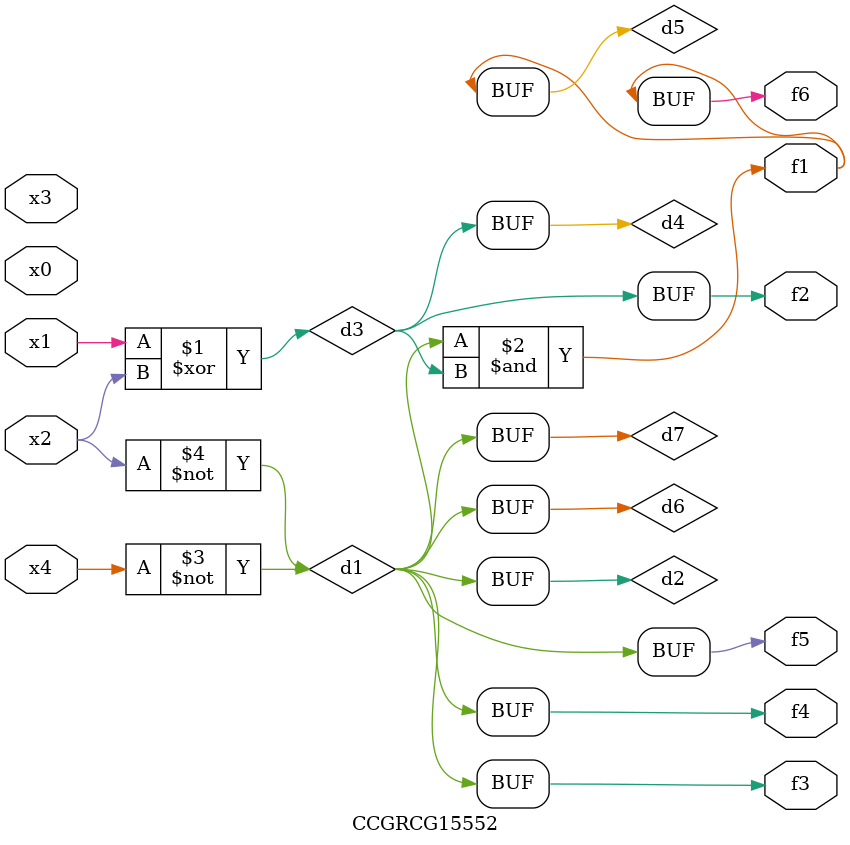
<source format=v>
module CCGRCG15552(
	input x0, x1, x2, x3, x4,
	output f1, f2, f3, f4, f5, f6
);

	wire d1, d2, d3, d4, d5, d6, d7;

	not (d1, x4);
	not (d2, x2);
	xor (d3, x1, x2);
	buf (d4, d3);
	and (d5, d1, d3);
	buf (d6, d1, d2);
	buf (d7, d2);
	assign f1 = d5;
	assign f2 = d4;
	assign f3 = d7;
	assign f4 = d7;
	assign f5 = d7;
	assign f6 = d5;
endmodule

</source>
